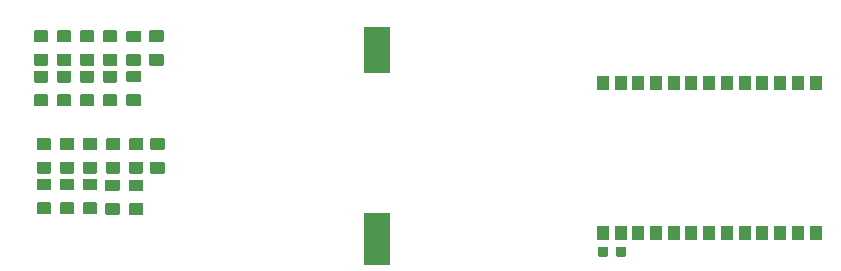
<source format=gbp>
G04 #@! TF.GenerationSoftware,KiCad,Pcbnew,8.0.9-8.0.9-0~ubuntu24.04.1*
G04 #@! TF.CreationDate,2025-09-04T03:17:17+00:00*
G04 #@! TF.ProjectId,PROLT,50524f4c-542e-46b6-9963-61645f706362,rev?*
G04 #@! TF.SameCoordinates,Original*
G04 #@! TF.FileFunction,Paste,Bot*
G04 #@! TF.FilePolarity,Positive*
%FSLAX46Y46*%
G04 Gerber Fmt 4.6, Leading zero omitted, Abs format (unit mm)*
G04 Created by KiCad (PCBNEW 8.0.9-8.0.9-0~ubuntu24.04.1) date 2025-09-04 03:17:17*
%MOMM*%
%LPD*%
G01*
G04 APERTURE LIST*
%ADD10R,1.000000X1.300000*%
%ADD11R,2.299995X4.399991*%
%ADD12R,2.299995X3.999992*%
G04 APERTURE END LIST*
G04 #@! TO.C,C6*
G36*
G01*
X14625079Y51814993D02*
X13575079Y51814993D01*
G75*
G02*
X13475079Y51914993I0J100000D01*
G01*
X13475079Y52714993D01*
G75*
G02*
X13575079Y52814993I100000J0D01*
G01*
X14625079Y52814993D01*
G75*
G02*
X14725079Y52714993I0J-100000D01*
G01*
X14725079Y51914993D01*
G75*
G02*
X14625079Y51814993I-100000J0D01*
G01*
G37*
G36*
G01*
X14625079Y53814993D02*
X13575079Y53814993D01*
G75*
G02*
X13475079Y53914993I0J100000D01*
G01*
X13475079Y54714993D01*
G75*
G02*
X13575079Y54814993I100000J0D01*
G01*
X14625079Y54814993D01*
G75*
G02*
X14725079Y54714993I0J-100000D01*
G01*
X14725079Y53914993D01*
G75*
G02*
X14625079Y53814993I-100000J0D01*
G01*
G37*
G04 #@! TD*
G04 #@! TO.C,C11*
G36*
G01*
X10675015Y51800000D02*
X9625015Y51800000D01*
G75*
G02*
X9525015Y51900000I0J100000D01*
G01*
X9525015Y52700000D01*
G75*
G02*
X9625015Y52800000I100000J0D01*
G01*
X10675015Y52800000D01*
G75*
G02*
X10775015Y52700000I0J-100000D01*
G01*
X10775015Y51900000D01*
G75*
G02*
X10675015Y51800000I-100000J0D01*
G01*
G37*
G36*
G01*
X10675015Y53800000D02*
X9625015Y53800000D01*
G75*
G02*
X9525015Y53900000I0J100000D01*
G01*
X9525015Y54700000D01*
G75*
G02*
X9625015Y54800000I100000J0D01*
G01*
X10675015Y54800000D01*
G75*
G02*
X10775015Y54700000I0J-100000D01*
G01*
X10775015Y53900000D01*
G75*
G02*
X10675015Y53800000I-100000J0D01*
G01*
G37*
G04 #@! TD*
G04 #@! TO.C,C4*
G36*
G01*
X9625015Y58230002D02*
X10675015Y58230002D01*
G75*
G02*
X10775015Y58130002I0J-100000D01*
G01*
X10775015Y57330002D01*
G75*
G02*
X10675015Y57230002I-100000J0D01*
G01*
X9625015Y57230002D01*
G75*
G02*
X9525015Y57330002I0J100000D01*
G01*
X9525015Y58130002D01*
G75*
G02*
X9625015Y58230002I100000J0D01*
G01*
G37*
G36*
G01*
X9625015Y56230002D02*
X10675015Y56230002D01*
G75*
G02*
X10775015Y56130002I0J-100000D01*
G01*
X10775015Y55330002D01*
G75*
G02*
X10675015Y55230002I-100000J0D01*
G01*
X9625015Y55230002D01*
G75*
G02*
X9525015Y55330002I0J100000D01*
G01*
X9525015Y56130002D01*
G75*
G02*
X9625015Y56230002I100000J0D01*
G01*
G37*
G04 #@! TD*
G04 #@! TO.C,C18*
G36*
G01*
X9875000Y49100000D02*
X10925000Y49100000D01*
G75*
G02*
X11025000Y49000000I0J-100000D01*
G01*
X11025000Y48200000D01*
G75*
G02*
X10925000Y48100000I-100000J0D01*
G01*
X9875000Y48100000D01*
G75*
G02*
X9775000Y48200000I0J100000D01*
G01*
X9775000Y49000000D01*
G75*
G02*
X9875000Y49100000I100000J0D01*
G01*
G37*
G36*
G01*
X9875000Y47100000D02*
X10925000Y47100000D01*
G75*
G02*
X11025000Y47000000I0J-100000D01*
G01*
X11025000Y46200000D01*
G75*
G02*
X10925000Y46100000I-100000J0D01*
G01*
X9875000Y46100000D01*
G75*
G02*
X9775000Y46200000I0J100000D01*
G01*
X9775000Y47000000D01*
G75*
G02*
X9875000Y47100000I100000J0D01*
G01*
G37*
G04 #@! TD*
D10*
G04 #@! TO.C,U1*
X71825000Y41112500D03*
X70325000Y41112500D03*
X68825000Y41112500D03*
X67325000Y41112500D03*
X65825000Y41112500D03*
X64325000Y41112500D03*
X62825000Y41112500D03*
X61325000Y41112500D03*
X59825000Y41112500D03*
X58325000Y41112500D03*
X56825000Y41112500D03*
X55325000Y41112500D03*
X53825000Y41112500D03*
X53825000Y53812500D03*
X55325000Y53812500D03*
X56825000Y53812500D03*
X58325000Y53812500D03*
X59825000Y53812500D03*
X61325000Y53812500D03*
X62825000Y53812500D03*
X64325000Y53812500D03*
X65825000Y53812500D03*
X67325000Y53812500D03*
X68825000Y53812500D03*
X70325000Y53812500D03*
X71825000Y53812500D03*
G04 #@! TD*
G04 #@! TO.C,C28*
G36*
G01*
X53384999Y39160000D02*
X53384999Y39840000D01*
G75*
G02*
X53469999Y39925000I85000J0D01*
G01*
X54149999Y39925000D01*
G75*
G02*
X54234999Y39840000I0J-85000D01*
G01*
X54234999Y39160000D01*
G75*
G02*
X54149999Y39075000I-85000J0D01*
G01*
X53469999Y39075000D01*
G75*
G02*
X53384999Y39160000I0J85000D01*
G01*
G37*
G36*
G01*
X54965001Y39160000D02*
X54965001Y39840000D01*
G75*
G02*
X55050001Y39925000I85000J0D01*
G01*
X55730001Y39925000D01*
G75*
G02*
X55815001Y39840000I0J-85000D01*
G01*
X55815001Y39160000D01*
G75*
G02*
X55730001Y39075000I-85000J0D01*
G01*
X55050001Y39075000D01*
G75*
G02*
X54965001Y39160000I0J85000D01*
G01*
G37*
G04 #@! TD*
G04 #@! TO.C,C25*
G36*
G01*
X10925000Y42669998D02*
X9875000Y42669998D01*
G75*
G02*
X9775000Y42769998I0J100000D01*
G01*
X9775000Y43569998D01*
G75*
G02*
X9875000Y43669998I100000J0D01*
G01*
X10925000Y43669998D01*
G75*
G02*
X11025000Y43569998I0J-100000D01*
G01*
X11025000Y42769998D01*
G75*
G02*
X10925000Y42669998I-100000J0D01*
G01*
G37*
G36*
G01*
X10925000Y44669998D02*
X9875000Y44669998D01*
G75*
G02*
X9775000Y44769998I0J100000D01*
G01*
X9775000Y45569998D01*
G75*
G02*
X9875000Y45669998I100000J0D01*
G01*
X10925000Y45669998D01*
G75*
G02*
X11025000Y45569998I0J-100000D01*
G01*
X11025000Y44769998D01*
G75*
G02*
X10925000Y44669998I-100000J0D01*
G01*
G37*
G04 #@! TD*
G04 #@! TO.C,C24*
G36*
G01*
X8975015Y42669998D02*
X7925015Y42669998D01*
G75*
G02*
X7825015Y42769998I0J100000D01*
G01*
X7825015Y43569998D01*
G75*
G02*
X7925015Y43669998I100000J0D01*
G01*
X8975015Y43669998D01*
G75*
G02*
X9075015Y43569998I0J-100000D01*
G01*
X9075015Y42769998D01*
G75*
G02*
X8975015Y42669998I-100000J0D01*
G01*
G37*
G36*
G01*
X8975015Y44669998D02*
X7925015Y44669998D01*
G75*
G02*
X7825015Y44769998I0J100000D01*
G01*
X7825015Y45569998D01*
G75*
G02*
X7925015Y45669998I100000J0D01*
G01*
X8975015Y45669998D01*
G75*
G02*
X9075015Y45569998I0J-100000D01*
G01*
X9075015Y44769998D01*
G75*
G02*
X8975015Y44669998I-100000J0D01*
G01*
G37*
G04 #@! TD*
G04 #@! TO.C,C9*
G36*
G01*
X6775045Y51800000D02*
X5725045Y51800000D01*
G75*
G02*
X5625045Y51900000I0J100000D01*
G01*
X5625045Y52700000D01*
G75*
G02*
X5725045Y52800000I100000J0D01*
G01*
X6775045Y52800000D01*
G75*
G02*
X6875045Y52700000I0J-100000D01*
G01*
X6875045Y51900000D01*
G75*
G02*
X6775045Y51800000I-100000J0D01*
G01*
G37*
G36*
G01*
X6775045Y53800000D02*
X5725045Y53800000D01*
G75*
G02*
X5625045Y53900000I0J100000D01*
G01*
X5625045Y54700000D01*
G75*
G02*
X5725045Y54800000I100000J0D01*
G01*
X6775045Y54800000D01*
G75*
G02*
X6875045Y54700000I0J-100000D01*
G01*
X6875045Y53900000D01*
G75*
G02*
X6775045Y53800000I-100000J0D01*
G01*
G37*
G04 #@! TD*
G04 #@! TO.C,C12*
G36*
G01*
X12625000Y51800000D02*
X11575000Y51800000D01*
G75*
G02*
X11475000Y51900000I0J100000D01*
G01*
X11475000Y52700000D01*
G75*
G02*
X11575000Y52800000I100000J0D01*
G01*
X12625000Y52800000D01*
G75*
G02*
X12725000Y52700000I0J-100000D01*
G01*
X12725000Y51900000D01*
G75*
G02*
X12625000Y51800000I-100000J0D01*
G01*
G37*
G36*
G01*
X12625000Y53800000D02*
X11575000Y53800000D01*
G75*
G02*
X11475000Y53900000I0J100000D01*
G01*
X11475000Y54700000D01*
G75*
G02*
X11575000Y54800000I100000J0D01*
G01*
X12625000Y54800000D01*
G75*
G02*
X12725000Y54700000I0J-100000D01*
G01*
X12725000Y53900000D01*
G75*
G02*
X12625000Y53800000I-100000J0D01*
G01*
G37*
G04 #@! TD*
G04 #@! TO.C,C10*
G36*
G01*
X8725030Y51800000D02*
X7675030Y51800000D01*
G75*
G02*
X7575030Y51900000I0J100000D01*
G01*
X7575030Y52700000D01*
G75*
G02*
X7675030Y52800000I100000J0D01*
G01*
X8725030Y52800000D01*
G75*
G02*
X8825030Y52700000I0J-100000D01*
G01*
X8825030Y51900000D01*
G75*
G02*
X8725030Y51800000I-100000J0D01*
G01*
G37*
G36*
G01*
X8725030Y53800000D02*
X7675030Y53800000D01*
G75*
G02*
X7575030Y53900000I0J100000D01*
G01*
X7575030Y54700000D01*
G75*
G02*
X7675030Y54800000I100000J0D01*
G01*
X8725030Y54800000D01*
G75*
G02*
X8825030Y54700000I0J-100000D01*
G01*
X8825030Y53900000D01*
G75*
G02*
X8725030Y53800000I-100000J0D01*
G01*
G37*
G04 #@! TD*
G04 #@! TO.C,C8*
G36*
G01*
X15475079Y58230002D02*
X16525079Y58230002D01*
G75*
G02*
X16625079Y58130002I0J-100000D01*
G01*
X16625079Y57330002D01*
G75*
G02*
X16525079Y57230002I-100000J0D01*
G01*
X15475079Y57230002D01*
G75*
G02*
X15375079Y57330002I0J100000D01*
G01*
X15375079Y58130002D01*
G75*
G02*
X15475079Y58230002I100000J0D01*
G01*
G37*
G36*
G01*
X15475079Y56230002D02*
X16525079Y56230002D01*
G75*
G02*
X16625079Y56130002I0J-100000D01*
G01*
X16625079Y55330002D01*
G75*
G02*
X16525079Y55230002I-100000J0D01*
G01*
X15475079Y55230002D01*
G75*
G02*
X15375079Y55330002I0J100000D01*
G01*
X15375079Y56130002D01*
G75*
G02*
X15475079Y56230002I100000J0D01*
G01*
G37*
G04 #@! TD*
G04 #@! TO.C,C16*
G36*
G01*
X5975030Y49100000D02*
X7025030Y49100000D01*
G75*
G02*
X7125030Y49000000I0J-100000D01*
G01*
X7125030Y48200000D01*
G75*
G02*
X7025030Y48100000I-100000J0D01*
G01*
X5975030Y48100000D01*
G75*
G02*
X5875030Y48200000I0J100000D01*
G01*
X5875030Y49000000D01*
G75*
G02*
X5975030Y49100000I100000J0D01*
G01*
G37*
G36*
G01*
X5975030Y47100000D02*
X7025030Y47100000D01*
G75*
G02*
X7125030Y47000000I0J-100000D01*
G01*
X7125030Y46200000D01*
G75*
G02*
X7025030Y46100000I-100000J0D01*
G01*
X5975030Y46100000D01*
G75*
G02*
X5875030Y46200000I0J100000D01*
G01*
X5875030Y47000000D01*
G75*
G02*
X5975030Y47100000I100000J0D01*
G01*
G37*
G04 #@! TD*
G04 #@! TO.C,C23*
G36*
G01*
X7025030Y42669998D02*
X5975030Y42669998D01*
G75*
G02*
X5875030Y42769998I0J100000D01*
G01*
X5875030Y43569998D01*
G75*
G02*
X5975030Y43669998I100000J0D01*
G01*
X7025030Y43669998D01*
G75*
G02*
X7125030Y43569998I0J-100000D01*
G01*
X7125030Y42769998D01*
G75*
G02*
X7025030Y42669998I-100000J0D01*
G01*
G37*
G36*
G01*
X7025030Y44669998D02*
X5975030Y44669998D01*
G75*
G02*
X5875030Y44769998I0J100000D01*
G01*
X5875030Y45569998D01*
G75*
G02*
X5975030Y45669998I100000J0D01*
G01*
X7025030Y45669998D01*
G75*
G02*
X7125030Y45569998I0J-100000D01*
G01*
X7125030Y44769998D01*
G75*
G02*
X7025030Y44669998I-100000J0D01*
G01*
G37*
G04 #@! TD*
G04 #@! TO.C,C20*
G36*
G01*
X13774970Y49100000D02*
X14824970Y49100000D01*
G75*
G02*
X14924970Y49000000I0J-100000D01*
G01*
X14924970Y48200000D01*
G75*
G02*
X14824970Y48100000I-100000J0D01*
G01*
X13774970Y48100000D01*
G75*
G02*
X13674970Y48200000I0J100000D01*
G01*
X13674970Y49000000D01*
G75*
G02*
X13774970Y49100000I100000J0D01*
G01*
G37*
G36*
G01*
X13774970Y47100000D02*
X14824970Y47100000D01*
G75*
G02*
X14924970Y47000000I0J-100000D01*
G01*
X14924970Y46200000D01*
G75*
G02*
X14824970Y46100000I-100000J0D01*
G01*
X13774970Y46100000D01*
G75*
G02*
X13674970Y46200000I0J100000D01*
G01*
X13674970Y47000000D01*
G75*
G02*
X13774970Y47100000I100000J0D01*
G01*
G37*
G04 #@! TD*
D11*
G04 #@! TO.C,BT1*
X34700000Y40599906D03*
D12*
X34700000Y56599925D03*
G04 #@! TD*
G04 #@! TO.C,C15*
G36*
G01*
X14825000Y42600000D02*
X13775000Y42600000D01*
G75*
G02*
X13675000Y42700000I0J100000D01*
G01*
X13675000Y43500000D01*
G75*
G02*
X13775000Y43600000I100000J0D01*
G01*
X14825000Y43600000D01*
G75*
G02*
X14925000Y43500000I0J-100000D01*
G01*
X14925000Y42700000D01*
G75*
G02*
X14825000Y42600000I-100000J0D01*
G01*
G37*
G36*
G01*
X14825000Y44600000D02*
X13775000Y44600000D01*
G75*
G02*
X13675000Y44700000I0J100000D01*
G01*
X13675000Y45500000D01*
G75*
G02*
X13775000Y45600000I100000J0D01*
G01*
X14825000Y45600000D01*
G75*
G02*
X14925000Y45500000I0J-100000D01*
G01*
X14925000Y44700000D01*
G75*
G02*
X14825000Y44600000I-100000J0D01*
G01*
G37*
G04 #@! TD*
G04 #@! TO.C,C22*
G36*
G01*
X15575000Y49100000D02*
X16625000Y49100000D01*
G75*
G02*
X16725000Y49000000I0J-100000D01*
G01*
X16725000Y48200000D01*
G75*
G02*
X16625000Y48100000I-100000J0D01*
G01*
X15575000Y48100000D01*
G75*
G02*
X15475000Y48200000I0J100000D01*
G01*
X15475000Y49000000D01*
G75*
G02*
X15575000Y49100000I100000J0D01*
G01*
G37*
G36*
G01*
X15575000Y47100000D02*
X16625000Y47100000D01*
G75*
G02*
X16725000Y47000000I0J-100000D01*
G01*
X16725000Y46200000D01*
G75*
G02*
X16625000Y46100000I-100000J0D01*
G01*
X15575000Y46100000D01*
G75*
G02*
X15475000Y46200000I0J100000D01*
G01*
X15475000Y47000000D01*
G75*
G02*
X15575000Y47100000I100000J0D01*
G01*
G37*
G04 #@! TD*
G04 #@! TO.C,C19*
G36*
G01*
X11824985Y49100000D02*
X12874985Y49100000D01*
G75*
G02*
X12974985Y49000000I0J-100000D01*
G01*
X12974985Y48200000D01*
G75*
G02*
X12874985Y48100000I-100000J0D01*
G01*
X11824985Y48100000D01*
G75*
G02*
X11724985Y48200000I0J100000D01*
G01*
X11724985Y49000000D01*
G75*
G02*
X11824985Y49100000I100000J0D01*
G01*
G37*
G36*
G01*
X11824985Y47100000D02*
X12874985Y47100000D01*
G75*
G02*
X12974985Y47000000I0J-100000D01*
G01*
X12974985Y46200000D01*
G75*
G02*
X12874985Y46100000I-100000J0D01*
G01*
X11824985Y46100000D01*
G75*
G02*
X11724985Y46200000I0J100000D01*
G01*
X11724985Y47000000D01*
G75*
G02*
X11824985Y47100000I100000J0D01*
G01*
G37*
G04 #@! TD*
G04 #@! TO.C,C21*
G36*
G01*
X12825000Y42600000D02*
X11775000Y42600000D01*
G75*
G02*
X11675000Y42700000I0J100000D01*
G01*
X11675000Y43500000D01*
G75*
G02*
X11775000Y43600000I100000J0D01*
G01*
X12825000Y43600000D01*
G75*
G02*
X12925000Y43500000I0J-100000D01*
G01*
X12925000Y42700000D01*
G75*
G02*
X12825000Y42600000I-100000J0D01*
G01*
G37*
G36*
G01*
X12825000Y44600000D02*
X11775000Y44600000D01*
G75*
G02*
X11675000Y44700000I0J100000D01*
G01*
X11675000Y45500000D01*
G75*
G02*
X11775000Y45600000I100000J0D01*
G01*
X12825000Y45600000D01*
G75*
G02*
X12925000Y45500000I0J-100000D01*
G01*
X12925000Y44700000D01*
G75*
G02*
X12825000Y44600000I-100000J0D01*
G01*
G37*
G04 #@! TD*
G04 #@! TO.C,C2*
G36*
G01*
X5725045Y58230002D02*
X6775045Y58230002D01*
G75*
G02*
X6875045Y58130002I0J-100000D01*
G01*
X6875045Y57330002D01*
G75*
G02*
X6775045Y57230002I-100000J0D01*
G01*
X5725045Y57230002D01*
G75*
G02*
X5625045Y57330002I0J100000D01*
G01*
X5625045Y58130002D01*
G75*
G02*
X5725045Y58230002I100000J0D01*
G01*
G37*
G36*
G01*
X5725045Y56230002D02*
X6775045Y56230002D01*
G75*
G02*
X6875045Y56130002I0J-100000D01*
G01*
X6875045Y55330002D01*
G75*
G02*
X6775045Y55230002I-100000J0D01*
G01*
X5725045Y55230002D01*
G75*
G02*
X5625045Y55330002I0J100000D01*
G01*
X5625045Y56130002D01*
G75*
G02*
X5725045Y56230002I100000J0D01*
G01*
G37*
G04 #@! TD*
G04 #@! TO.C,C5*
G36*
G01*
X11575000Y58230002D02*
X12625000Y58230002D01*
G75*
G02*
X12725000Y58130002I0J-100000D01*
G01*
X12725000Y57330002D01*
G75*
G02*
X12625000Y57230002I-100000J0D01*
G01*
X11575000Y57230002D01*
G75*
G02*
X11475000Y57330002I0J100000D01*
G01*
X11475000Y58130002D01*
G75*
G02*
X11575000Y58230002I100000J0D01*
G01*
G37*
G36*
G01*
X11575000Y56230002D02*
X12625000Y56230002D01*
G75*
G02*
X12725000Y56130002I0J-100000D01*
G01*
X12725000Y55330002D01*
G75*
G02*
X12625000Y55230002I-100000J0D01*
G01*
X11575000Y55230002D01*
G75*
G02*
X11475000Y55330002I0J100000D01*
G01*
X11475000Y56130002D01*
G75*
G02*
X11575000Y56230002I100000J0D01*
G01*
G37*
G04 #@! TD*
G04 #@! TO.C,C3*
G36*
G01*
X7675030Y58230002D02*
X8725030Y58230002D01*
G75*
G02*
X8825030Y58130002I0J-100000D01*
G01*
X8825030Y57330002D01*
G75*
G02*
X8725030Y57230002I-100000J0D01*
G01*
X7675030Y57230002D01*
G75*
G02*
X7575030Y57330002I0J100000D01*
G01*
X7575030Y58130002D01*
G75*
G02*
X7675030Y58230002I100000J0D01*
G01*
G37*
G36*
G01*
X7675030Y56230002D02*
X8725030Y56230002D01*
G75*
G02*
X8825030Y56130002I0J-100000D01*
G01*
X8825030Y55330002D01*
G75*
G02*
X8725030Y55230002I-100000J0D01*
G01*
X7675030Y55230002D01*
G75*
G02*
X7575030Y55330002I0J100000D01*
G01*
X7575030Y56130002D01*
G75*
G02*
X7675030Y56230002I100000J0D01*
G01*
G37*
G04 #@! TD*
G04 #@! TO.C,C7*
G36*
G01*
X13575079Y58214993D02*
X14625079Y58214993D01*
G75*
G02*
X14725079Y58114993I0J-100000D01*
G01*
X14725079Y57314993D01*
G75*
G02*
X14625079Y57214993I-100000J0D01*
G01*
X13575079Y57214993D01*
G75*
G02*
X13475079Y57314993I0J100000D01*
G01*
X13475079Y58114993D01*
G75*
G02*
X13575079Y58214993I100000J0D01*
G01*
G37*
G36*
G01*
X13575079Y56214993D02*
X14625079Y56214993D01*
G75*
G02*
X14725079Y56114993I0J-100000D01*
G01*
X14725079Y55314993D01*
G75*
G02*
X14625079Y55214993I-100000J0D01*
G01*
X13575079Y55214993D01*
G75*
G02*
X13475079Y55314993I0J100000D01*
G01*
X13475079Y56114993D01*
G75*
G02*
X13575079Y56214993I100000J0D01*
G01*
G37*
G04 #@! TD*
G04 #@! TO.C,C17*
G36*
G01*
X7925015Y49100000D02*
X8975015Y49100000D01*
G75*
G02*
X9075015Y49000000I0J-100000D01*
G01*
X9075015Y48200000D01*
G75*
G02*
X8975015Y48100000I-100000J0D01*
G01*
X7925015Y48100000D01*
G75*
G02*
X7825015Y48200000I0J100000D01*
G01*
X7825015Y49000000D01*
G75*
G02*
X7925015Y49100000I100000J0D01*
G01*
G37*
G36*
G01*
X7925015Y47100000D02*
X8975015Y47100000D01*
G75*
G02*
X9075015Y47000000I0J-100000D01*
G01*
X9075015Y46200000D01*
G75*
G02*
X8975015Y46100000I-100000J0D01*
G01*
X7925015Y46100000D01*
G75*
G02*
X7825015Y46200000I0J100000D01*
G01*
X7825015Y47000000D01*
G75*
G02*
X7925015Y47100000I100000J0D01*
G01*
G37*
G04 #@! TD*
M02*

</source>
